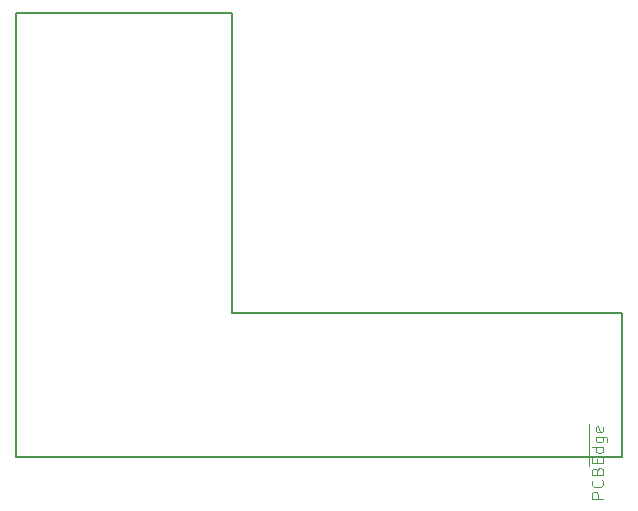
<source format=gbr>
G04 #@! TF.GenerationSoftware,KiCad,Pcbnew,(5.0.1)-3*
G04 #@! TF.CreationDate,2019-11-22T16:36:39-05:00*
G04 #@! TF.ProjectId,SmartWatch,536D61727457617463682E6B69636164,rev?*
G04 #@! TF.SameCoordinates,Original*
G04 #@! TF.FileFunction,Profile,NP*
%FSLAX46Y46*%
G04 Gerber Fmt 4.6, Leading zero omitted, Abs format (unit mm)*
G04 Created by KiCad (PCBNEW (5.0.1)-3) date 11/22/2019 4:36:39 PM*
%MOMM*%
%LPD*%
G01*
G04 APERTURE LIST*
%ADD10C,0.200000*%
%ADD11C,0.150000*%
%ADD12C,0.050000*%
G04 APERTURE END LIST*
D10*
X236220000Y-104140000D02*
X236220000Y-116332000D01*
D11*
X184912000Y-78740000D02*
X203200000Y-78740000D01*
X184912000Y-116332000D02*
X184912000Y-78740000D01*
X236220000Y-116332000D02*
X184912000Y-116332000D01*
X203200000Y-104140000D02*
X203200000Y-78740000D01*
X236220000Y-104140000D02*
X203200000Y-104140000D01*
G04 #@! TO.C,J1*
D12*
X234640380Y-119887619D02*
X233640380Y-119887619D01*
X233640380Y-119506666D01*
X233688000Y-119411428D01*
X233735619Y-119363809D01*
X233830857Y-119316190D01*
X233973714Y-119316190D01*
X234068952Y-119363809D01*
X234116571Y-119411428D01*
X234164190Y-119506666D01*
X234164190Y-119887619D01*
X234545142Y-118316190D02*
X234592761Y-118363809D01*
X234640380Y-118506666D01*
X234640380Y-118601904D01*
X234592761Y-118744761D01*
X234497523Y-118840000D01*
X234402285Y-118887619D01*
X234211809Y-118935238D01*
X234068952Y-118935238D01*
X233878476Y-118887619D01*
X233783238Y-118840000D01*
X233688000Y-118744761D01*
X233640380Y-118601904D01*
X233640380Y-118506666D01*
X233688000Y-118363809D01*
X233735619Y-118316190D01*
X234116571Y-117554285D02*
X234164190Y-117411428D01*
X234211809Y-117363809D01*
X234307047Y-117316190D01*
X234449904Y-117316190D01*
X234545142Y-117363809D01*
X234592761Y-117411428D01*
X234640380Y-117506666D01*
X234640380Y-117887619D01*
X233640380Y-117887619D01*
X233640380Y-117554285D01*
X233688000Y-117459047D01*
X233735619Y-117411428D01*
X233830857Y-117363809D01*
X233926095Y-117363809D01*
X234021333Y-117411428D01*
X234068952Y-117459047D01*
X234116571Y-117554285D01*
X234116571Y-117887619D01*
X233403000Y-117125714D02*
X233403000Y-116220952D01*
X234116571Y-116887619D02*
X234116571Y-116554285D01*
X234640380Y-116411428D02*
X234640380Y-116887619D01*
X233640380Y-116887619D01*
X233640380Y-116411428D01*
X233403000Y-116220952D02*
X233403000Y-115316190D01*
X234640380Y-115554285D02*
X233640380Y-115554285D01*
X234592761Y-115554285D02*
X234640380Y-115649523D01*
X234640380Y-115840000D01*
X234592761Y-115935238D01*
X234545142Y-115982857D01*
X234449904Y-116030476D01*
X234164190Y-116030476D01*
X234068952Y-115982857D01*
X234021333Y-115935238D01*
X233973714Y-115840000D01*
X233973714Y-115649523D01*
X234021333Y-115554285D01*
X233403000Y-115316190D02*
X233403000Y-114411428D01*
X233973714Y-114649523D02*
X234783238Y-114649523D01*
X234878476Y-114697142D01*
X234926095Y-114744761D01*
X234973714Y-114840000D01*
X234973714Y-114982857D01*
X234926095Y-115078095D01*
X234592761Y-114649523D02*
X234640380Y-114744761D01*
X234640380Y-114935238D01*
X234592761Y-115030476D01*
X234545142Y-115078095D01*
X234449904Y-115125714D01*
X234164190Y-115125714D01*
X234068952Y-115078095D01*
X234021333Y-115030476D01*
X233973714Y-114935238D01*
X233973714Y-114744761D01*
X234021333Y-114649523D01*
X233403000Y-114411428D02*
X233403000Y-113554285D01*
X234592761Y-113792380D02*
X234640380Y-113887619D01*
X234640380Y-114078095D01*
X234592761Y-114173333D01*
X234497523Y-114220952D01*
X234116571Y-114220952D01*
X234021333Y-114173333D01*
X233973714Y-114078095D01*
X233973714Y-113887619D01*
X234021333Y-113792380D01*
X234116571Y-113744761D01*
X234211809Y-113744761D01*
X234307047Y-114220952D01*
G04 #@! TD*
M02*

</source>
